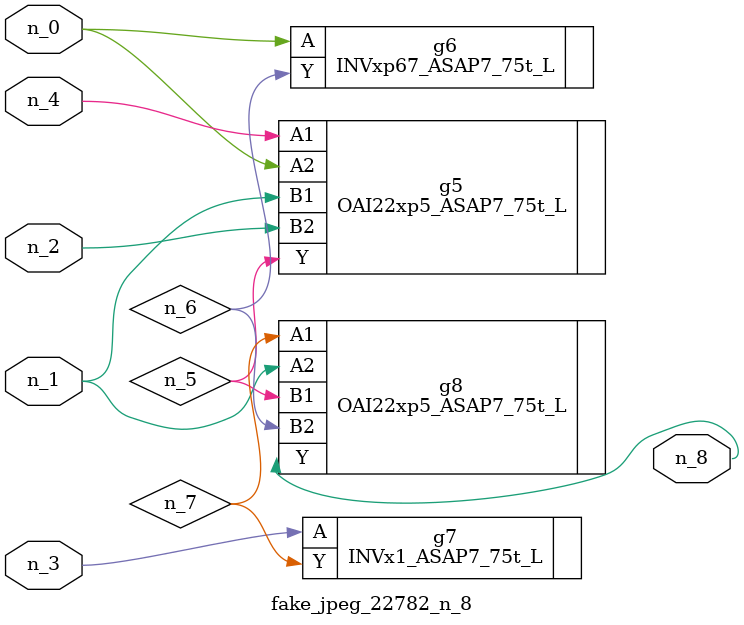
<source format=v>
module fake_jpeg_22782_n_8 (n_3, n_2, n_1, n_0, n_4, n_8);

input n_3;
input n_2;
input n_1;
input n_0;
input n_4;

output n_8;

wire n_6;
wire n_5;
wire n_7;

OAI22xp5_ASAP7_75t_L g5 ( 
.A1(n_4),
.A2(n_0),
.B1(n_1),
.B2(n_2),
.Y(n_5)
);

INVxp67_ASAP7_75t_L g6 ( 
.A(n_0),
.Y(n_6)
);

INVx1_ASAP7_75t_L g7 ( 
.A(n_3),
.Y(n_7)
);

OAI22xp5_ASAP7_75t_L g8 ( 
.A1(n_7),
.A2(n_1),
.B1(n_5),
.B2(n_6),
.Y(n_8)
);


endmodule
</source>
